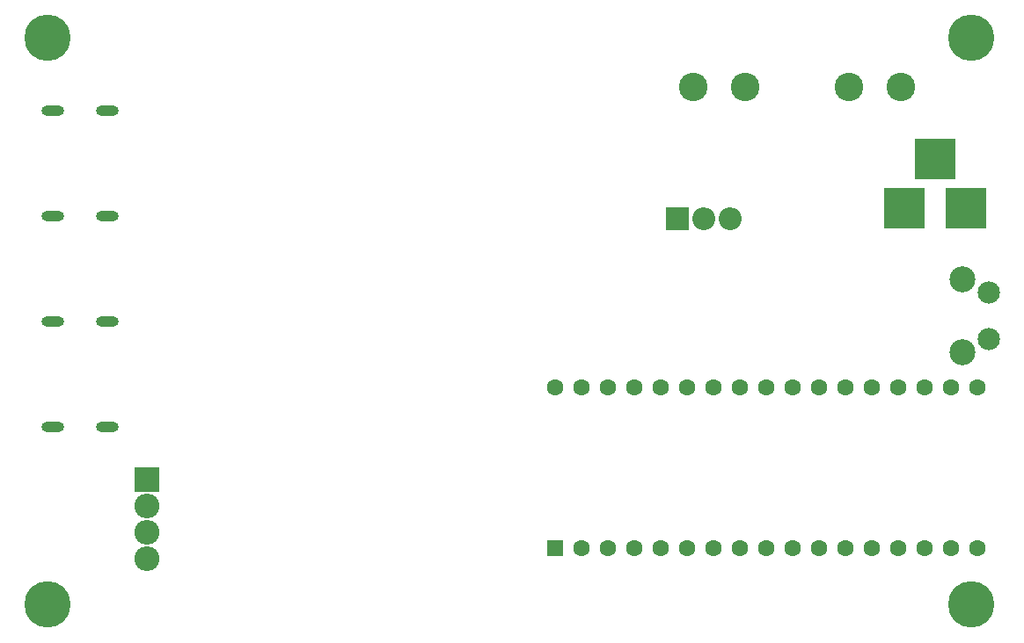
<source format=gbr>
G04 #@! TF.FileFunction,Soldermask,Bot*
%FSLAX46Y46*%
G04 Gerber Fmt 4.6, Leading zero omitted, Abs format (unit mm)*
G04 Created by KiCad (PCBNEW 4.0.7) date 12/13/17 11:19:57*
%MOMM*%
%LPD*%
G01*
G04 APERTURE LIST*
%ADD10C,0.100000*%
%ADD11C,4.464000*%
%ADD12C,2.750000*%
%ADD13R,2.200000X2.200000*%
%ADD14O,2.200000X2.200000*%
%ADD15R,3.900000X3.900000*%
%ADD16C,2.500000*%
%ADD17C,2.150000*%
%ADD18O,2.200000X1.000000*%
%ADD19O,2.398980X2.398980*%
%ADD20R,2.398980X2.398980*%
%ADD21C,1.600000*%
%ADD22R,1.600000X1.600000*%
G04 APERTURE END LIST*
D10*
D11*
X207645000Y-142875000D03*
X118745000Y-142875000D03*
X118745000Y-88265000D03*
D12*
X195848000Y-92964000D03*
X200848000Y-92964000D03*
X185848000Y-92964000D03*
X180848000Y-92964000D03*
D13*
X179324000Y-105664000D03*
D14*
X181864000Y-105664000D03*
X184404000Y-105664000D03*
D15*
X201168000Y-104648000D03*
X207168000Y-104648000D03*
X204168000Y-99948000D03*
D16*
X206806000Y-118536000D03*
D17*
X209296000Y-117276000D03*
X209296000Y-112776000D03*
D16*
X206806000Y-111526000D03*
D11*
X207645000Y-88265000D03*
D18*
X124454840Y-105437740D03*
X119242840Y-105437740D03*
X124454840Y-115597740D03*
X119242840Y-115597740D03*
X124454840Y-125757740D03*
X119242840Y-125757740D03*
X124454840Y-95277740D03*
X119242840Y-95277740D03*
D19*
X128270000Y-138430000D03*
D20*
X128270000Y-130810000D03*
D19*
X128270000Y-133350000D03*
X128270000Y-135890000D03*
D21*
X167584000Y-121938000D03*
X170124000Y-121938000D03*
X172664000Y-121938000D03*
X175204000Y-121938000D03*
X177744000Y-121938000D03*
X180284000Y-121938000D03*
X182824000Y-121938000D03*
X185364000Y-121938000D03*
X187904000Y-121938000D03*
X190444000Y-121938000D03*
X192984000Y-121938000D03*
X195524000Y-121938000D03*
X198064000Y-121938000D03*
X200604000Y-121938000D03*
X203144000Y-121938000D03*
X205684000Y-121938000D03*
X208224000Y-121938000D03*
D22*
X167584000Y-137430000D03*
D21*
X170124000Y-137430000D03*
X172664000Y-137430000D03*
X175204000Y-137430000D03*
X177744000Y-137430000D03*
X180284000Y-137430000D03*
X182824000Y-137430000D03*
X185364000Y-137430000D03*
X187904000Y-137430000D03*
X190444000Y-137430000D03*
X192984000Y-137430000D03*
X195524000Y-137430000D03*
X198064000Y-137430000D03*
X200604000Y-137430000D03*
X203144000Y-137430000D03*
X205684000Y-137430000D03*
X208224000Y-137430000D03*
M02*

</source>
